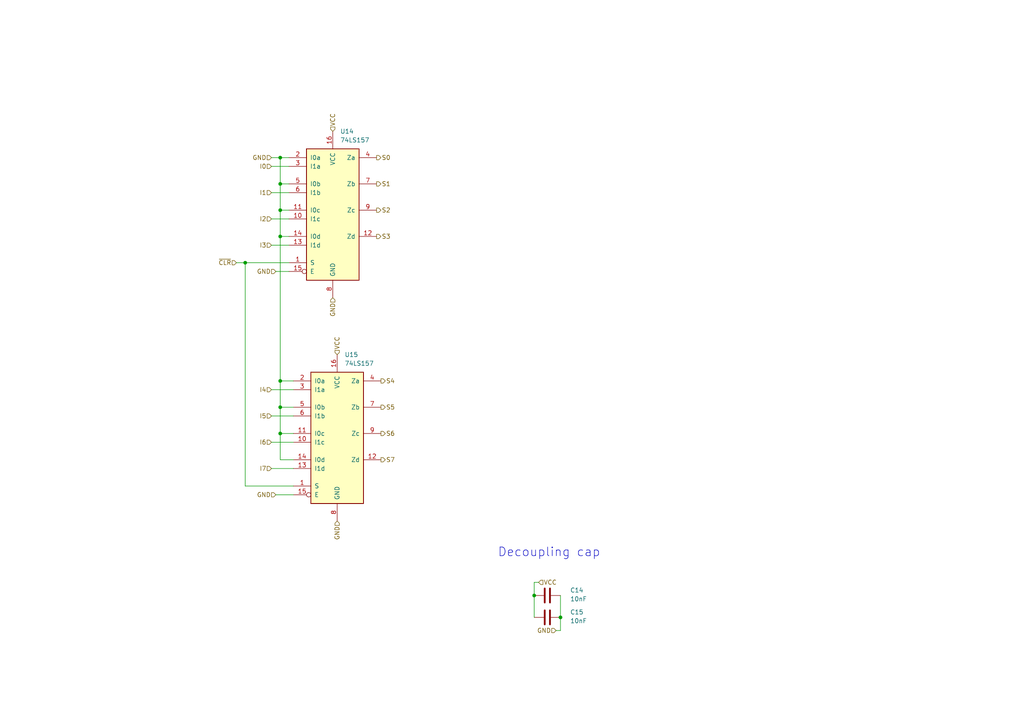
<source format=kicad_sch>
(kicad_sch (version 20250114) (generator "eeschema") (generator_version "9.0")
  (paper "A4")
  (lib_symbols
    (symbol "74xx:74LS157" (pin_names (offset 1.016))
      (property "Reference" "U" (at -7.62 19.05 0))
      (property "Value" "74LS157" (at -7.62 -21.59 0))
      (symbol "74LS157_1_0"
        (pin input line (at -12.7 15.24 0) (length 5.08) (name "I0a") (number "2"))
        (pin input line (at -12.7 12.7 0) (length 5.08) (name "I1a") (number "3"))
        (pin input line (at -12.7 7.62 0) (length 5.08) (name "I0b") (number "5"))
        (pin input line (at -12.7 5.08 0) (length 5.08) (name "I1b") (number "6"))
        (pin input line (at -12.7 0 0) (length 5.08) (name "I0c") (number "11"))
        (pin input line (at -12.7 -2.54 0) (length 5.08) (name "I1c") (number "10"))
        (pin input line (at -12.7 -7.62 0) (length 5.08) (name "I0d") (number "14"))
        (pin input line (at -12.7 -10.16 0) (length 5.08) (name "I1d") (number "13"))
        (pin input line (at -12.7 -15.24 0) (length 5.08) (name "S") (number "1"))
        (pin input inverted (at -12.7 -17.78 0) (length 5.08) (name "E") (number "15"))
        (pin power_in line (at 0 22.86 270) (length 5.08) (name "VCC") (number "16"))
        (pin power_in line (at 0 -25.4 90) (length 5.08) (name "GND") (number "8"))
        (pin output line (at 12.7 15.24 180) (length 5.08) (name "Za") (number "4"))
        (pin output line (at 12.7 7.62 180) (length 5.08) (name "Zb") (number "7"))
        (pin output line (at 12.7 0 180) (length 5.08) (name "Zc") (number "9"))
        (pin output line (at 12.7 -7.62 180) (length 5.08) (name "Zd") (number "12"))
      )
      (symbol "74LS157_1_1"
        (rectangle (start -7.62 17.78) (end 7.62 -20.32) (stroke (width 0.254)) (fill (type background)))
      )
    )
    (symbol "Device:C" (pin_numbers (hide yes)) (pin_names (offset 0.254))
      (property "Reference" "C" (at 0.635 2.54 0))
      (property "Value" "C" (at 0.635 -2.54 0))
      (symbol "C_0_1"
        (polyline (pts (xy -2.032 0.762) (xy 2.032 0.762)) (stroke (width 0.508)))
        (polyline (pts (xy -2.032 -0.762) (xy 2.032 -0.762)) (stroke (width 0.508)))
      )
      (symbol "C_1_1"
        (pin passive line (at 0 3.81 270) (length 2.794) (name "~") (number "1"))
        (pin passive line (at 0 -3.81 90) (length 2.794) (name "~") (number "2"))
      )
    )
  )
  (text "Decoupling cap" (at 159.258 160.274 0) (effects (font (size 2.54 2.54))))
  (junction (at 81.28 60.96))
  (junction (at 81.28 68.58))
  (junction (at 71.12 76.2))
  (junction (at 154.94 172.72))
  (junction (at 81.28 125.73))
  (junction (at 81.28 53.34))
  (junction (at 81.28 110.49))
  (junction (at 81.28 45.72))
  (junction (at 81.28 118.11))
  (junction (at 162.56 179.07))
  (wire (pts (xy 78.74 113.03) (xy 85.09 113.03)))
  (wire (pts (xy 81.28 125.73) (xy 85.09 125.73)))
  (wire (pts (xy 78.74 71.12) (xy 83.82 71.12)))
  (wire (pts (xy 78.74 63.5) (xy 83.82 63.5)))
  (wire (pts (xy 78.74 45.72) (xy 81.28 45.72)))
  (wire (pts (xy 81.28 110.49) (xy 81.28 118.11)))
  (wire (pts (xy 154.94 168.91) (xy 154.94 172.72)))
  (wire (pts (xy 81.28 45.72) (xy 83.82 45.72)))
  (wire (pts (xy 80.01 78.74) (xy 83.82 78.74)))
  (wire (pts (xy 154.94 172.72) (xy 154.94 179.07)))
  (wire (pts (xy 81.28 60.96) (xy 83.82 60.96)))
  (wire (pts (xy 78.74 48.26) (xy 83.82 48.26)))
  (wire (pts (xy 156.21 168.91) (xy 154.94 168.91)))
  (wire (pts (xy 85.09 118.11) (xy 81.28 118.11)))
  (wire (pts (xy 71.12 76.2) (xy 71.12 140.97)))
  (wire (pts (xy 78.74 128.27) (xy 85.09 128.27)))
  (wire (pts (xy 71.12 140.97) (xy 85.09 140.97)))
  (wire (pts (xy 81.28 118.11) (xy 81.28 125.73)))
  (wire (pts (xy 85.09 110.49) (xy 81.28 110.49)))
  (wire (pts (xy 81.28 45.72) (xy 81.28 53.34)))
  (wire (pts (xy 162.56 179.07) (xy 162.56 182.88)))
  (wire (pts (xy 78.74 55.88) (xy 83.82 55.88)))
  (wire (pts (xy 162.56 172.72) (xy 162.56 179.07)))
  (wire (pts (xy 81.28 68.58) (xy 81.28 110.49)))
  (wire (pts (xy 81.28 60.96) (xy 81.28 68.58)))
  (wire (pts (xy 68.58 76.2) (xy 71.12 76.2)))
  (wire (pts (xy 81.28 53.34) (xy 83.82 53.34)))
  (wire (pts (xy 71.12 76.2) (xy 83.82 76.2)))
  (wire (pts (xy 81.28 133.35) (xy 81.28 125.73)))
  (wire (pts (xy 80.01 143.51) (xy 85.09 143.51)))
  (wire (pts (xy 81.28 68.58) (xy 83.82 68.58)))
  (wire (pts (xy 78.74 135.89) (xy 85.09 135.89)))
  (wire (pts (xy 161.29 182.88) (xy 162.56 182.88)))
  (wire (pts (xy 81.28 53.34) (xy 81.28 60.96)))
  (wire (pts (xy 78.74 120.65) (xy 85.09 120.65)))
  (wire (pts (xy 85.09 133.35) (xy 81.28 133.35)))
  (hierarchical_label "I5" (shape input) (at 78.74 120.65 180))
  (hierarchical_label "VCC" (shape input) (at 96.52 38.1 90))
  (hierarchical_label "I3" (shape input) (at 78.74 71.12 180))
  (hierarchical_label "GND" (shape input) (at 97.79 151.13 270))
  (hierarchical_label "I1" (shape input) (at 78.74 55.88 180))
  (hierarchical_label "VCC" (shape input) (at 97.79 102.87 90))
  (hierarchical_label "I6" (shape input) (at 78.74 128.27 180))
  (hierarchical_label "S6" (shape output) (at 110.49 125.73 0))
  (hierarchical_label "I0" (shape input) (at 78.74 48.26 180))
  (hierarchical_label "GND" (shape input) (at 80.01 78.74 180))
  (hierarchical_label "S2" (shape output) (at 109.22 60.96 0))
  (hierarchical_label "S0" (shape output) (at 109.22 45.72 0))
  (hierarchical_label "S1" (shape output) (at 109.22 53.34 0))
  (hierarchical_label "I2" (shape input) (at 78.74 63.5 180))
  (hierarchical_label "GND" (shape input) (at 78.74 45.72 180))
  (hierarchical_label "S7" (shape output) (at 110.49 133.35 0))
  (hierarchical_label "~{CLR}" (shape input) (at 68.58 76.2 180))
  (hierarchical_label "S5" (shape output) (at 110.49 118.11 0))
  (hierarchical_label "S3" (shape output) (at 109.22 68.58 0))
  (hierarchical_label "GND" (shape input) (at 80.01 143.51 180))
  (hierarchical_label "VCC" (shape input) (at 156.21 168.91 0))
  (hierarchical_label "I7" (shape input) (at 78.74 135.89 180))
  (hierarchical_label "GND" (shape input) (at 96.52 86.36 270))
  (hierarchical_label "GND" (shape input) (at 161.29 182.88 180))
  (hierarchical_label "S4" (shape output) (at 110.49 110.49 0))
  (hierarchical_label "I4" (shape input) (at 78.74 113.03 180))
  (symbol (lib_id "74xx:74LS157") (at 97.79 125.73 0) (unit 1)
    (property "Reference" "U15" (at 99.9333 102.87 0) (effects (justify left)))
    (property "Value" "74LS157" (at 99.9333 105.41 0) (effects (justify left)))
    (property "Footprint" "Package_DIP:DIP-16_W7.62mm" (effects (hide yes)))
    (property "Datasheet" "http://www.ti.com/lit/gpn/sn74LS157" (effects (hide yes)))
    (property "Description" "Quad 2 to 1 line Multiplexer" (effects (hide yes)))
  )
  (symbol (lib_id "74xx:74LS157") (at 96.52 60.96 0) (unit 1)
    (property "Reference" "U14" (at 98.6633 38.1 0) (effects (justify left)))
    (property "Value" "74LS157" (at 98.6633 40.64 0) (effects (justify left)))
    (property "Footprint" "Package_DIP:DIP-16_W7.62mm" (effects (hide yes)))
    (property "Datasheet" "http://www.ti.com/lit/gpn/sn74LS157" (effects (hide yes)))
    (property "Description" "Quad 2 to 1 line Multiplexer" (effects (hide yes)))
  )
  (symbol (lib_id "Device:C") (at 158.75 172.72 90) (unit 1)
    (property "Reference" "C14" (at 165.354 171.196 90) (effects (justify right)))
    (property "Value" "10nF" (at 165.354 173.736 90) (effects (justify right)))
    (property "Footprint" "Capacitor_THT:C_Disc_D4.7mm_W2.5mm_P5.00mm" (effects (hide yes)))
    (property "Description" "Unpolarized capacitor" (effects (hide yes)))
  )
  (symbol (lib_id "Device:C") (at 158.75 179.07 90) (unit 1)
    (property "Reference" "C15" (at 165.354 177.546 90) (effects (justify right)))
    (property "Value" "10nF" (at 165.354 180.086 90) (effects (justify right)))
    (property "Footprint" "Capacitor_THT:C_Disc_D4.7mm_W2.5mm_P5.00mm" (effects (hide yes)))
    (property "Description" "Unpolarized capacitor" (effects (hide yes)))
  )
)
</source>
